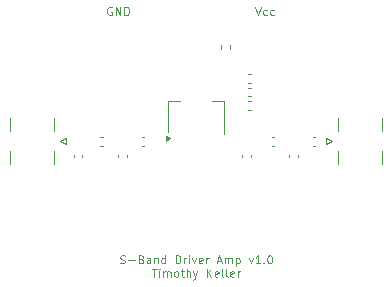
<source format=gbr>
%TF.GenerationSoftware,KiCad,Pcbnew,8.0.0*%
%TF.CreationDate,2024-05-05T15:44:05-04:00*%
%TF.ProjectId,S-Band Driver Amplifier,532d4261-6e64-4204-9472-697665722041,v1.0*%
%TF.SameCoordinates,Original*%
%TF.FileFunction,Legend,Top*%
%TF.FilePolarity,Positive*%
%FSLAX46Y46*%
G04 Gerber Fmt 4.6, Leading zero omitted, Abs format (unit mm)*
G04 Created by KiCad (PCBNEW 8.0.0) date 2024-05-05 15:44:05*
%MOMM*%
%LPD*%
G01*
G04 APERTURE LIST*
%ADD10C,0.100000*%
%ADD11C,0.120000*%
G04 APERTURE END LIST*
D10*
X114216668Y-67455839D02*
X114316668Y-67489172D01*
X114316668Y-67489172D02*
X114483335Y-67489172D01*
X114483335Y-67489172D02*
X114550001Y-67455839D01*
X114550001Y-67455839D02*
X114583335Y-67422505D01*
X114583335Y-67422505D02*
X114616668Y-67355839D01*
X114616668Y-67355839D02*
X114616668Y-67289172D01*
X114616668Y-67289172D02*
X114583335Y-67222505D01*
X114583335Y-67222505D02*
X114550001Y-67189172D01*
X114550001Y-67189172D02*
X114483335Y-67155839D01*
X114483335Y-67155839D02*
X114350001Y-67122505D01*
X114350001Y-67122505D02*
X114283335Y-67089172D01*
X114283335Y-67089172D02*
X114250001Y-67055839D01*
X114250001Y-67055839D02*
X114216668Y-66989172D01*
X114216668Y-66989172D02*
X114216668Y-66922505D01*
X114216668Y-66922505D02*
X114250001Y-66855839D01*
X114250001Y-66855839D02*
X114283335Y-66822505D01*
X114283335Y-66822505D02*
X114350001Y-66789172D01*
X114350001Y-66789172D02*
X114516668Y-66789172D01*
X114516668Y-66789172D02*
X114616668Y-66822505D01*
X114916668Y-67222505D02*
X115450002Y-67222505D01*
X116016669Y-67122505D02*
X116116669Y-67155839D01*
X116116669Y-67155839D02*
X116150002Y-67189172D01*
X116150002Y-67189172D02*
X116183335Y-67255839D01*
X116183335Y-67255839D02*
X116183335Y-67355839D01*
X116183335Y-67355839D02*
X116150002Y-67422505D01*
X116150002Y-67422505D02*
X116116669Y-67455839D01*
X116116669Y-67455839D02*
X116050002Y-67489172D01*
X116050002Y-67489172D02*
X115783335Y-67489172D01*
X115783335Y-67489172D02*
X115783335Y-66789172D01*
X115783335Y-66789172D02*
X116016669Y-66789172D01*
X116016669Y-66789172D02*
X116083335Y-66822505D01*
X116083335Y-66822505D02*
X116116669Y-66855839D01*
X116116669Y-66855839D02*
X116150002Y-66922505D01*
X116150002Y-66922505D02*
X116150002Y-66989172D01*
X116150002Y-66989172D02*
X116116669Y-67055839D01*
X116116669Y-67055839D02*
X116083335Y-67089172D01*
X116083335Y-67089172D02*
X116016669Y-67122505D01*
X116016669Y-67122505D02*
X115783335Y-67122505D01*
X116783335Y-67489172D02*
X116783335Y-67122505D01*
X116783335Y-67122505D02*
X116750002Y-67055839D01*
X116750002Y-67055839D02*
X116683335Y-67022505D01*
X116683335Y-67022505D02*
X116550002Y-67022505D01*
X116550002Y-67022505D02*
X116483335Y-67055839D01*
X116783335Y-67455839D02*
X116716669Y-67489172D01*
X116716669Y-67489172D02*
X116550002Y-67489172D01*
X116550002Y-67489172D02*
X116483335Y-67455839D01*
X116483335Y-67455839D02*
X116450002Y-67389172D01*
X116450002Y-67389172D02*
X116450002Y-67322505D01*
X116450002Y-67322505D02*
X116483335Y-67255839D01*
X116483335Y-67255839D02*
X116550002Y-67222505D01*
X116550002Y-67222505D02*
X116716669Y-67222505D01*
X116716669Y-67222505D02*
X116783335Y-67189172D01*
X117116668Y-67022505D02*
X117116668Y-67489172D01*
X117116668Y-67089172D02*
X117150002Y-67055839D01*
X117150002Y-67055839D02*
X117216668Y-67022505D01*
X117216668Y-67022505D02*
X117316668Y-67022505D01*
X117316668Y-67022505D02*
X117383335Y-67055839D01*
X117383335Y-67055839D02*
X117416668Y-67122505D01*
X117416668Y-67122505D02*
X117416668Y-67489172D01*
X118050001Y-67489172D02*
X118050001Y-66789172D01*
X118050001Y-67455839D02*
X117983335Y-67489172D01*
X117983335Y-67489172D02*
X117850001Y-67489172D01*
X117850001Y-67489172D02*
X117783335Y-67455839D01*
X117783335Y-67455839D02*
X117750001Y-67422505D01*
X117750001Y-67422505D02*
X117716668Y-67355839D01*
X117716668Y-67355839D02*
X117716668Y-67155839D01*
X117716668Y-67155839D02*
X117750001Y-67089172D01*
X117750001Y-67089172D02*
X117783335Y-67055839D01*
X117783335Y-67055839D02*
X117850001Y-67022505D01*
X117850001Y-67022505D02*
X117983335Y-67022505D01*
X117983335Y-67022505D02*
X118050001Y-67055839D01*
X118916667Y-67489172D02*
X118916667Y-66789172D01*
X118916667Y-66789172D02*
X119083334Y-66789172D01*
X119083334Y-66789172D02*
X119183334Y-66822505D01*
X119183334Y-66822505D02*
X119250001Y-66889172D01*
X119250001Y-66889172D02*
X119283334Y-66955839D01*
X119283334Y-66955839D02*
X119316667Y-67089172D01*
X119316667Y-67089172D02*
X119316667Y-67189172D01*
X119316667Y-67189172D02*
X119283334Y-67322505D01*
X119283334Y-67322505D02*
X119250001Y-67389172D01*
X119250001Y-67389172D02*
X119183334Y-67455839D01*
X119183334Y-67455839D02*
X119083334Y-67489172D01*
X119083334Y-67489172D02*
X118916667Y-67489172D01*
X119616667Y-67489172D02*
X119616667Y-67022505D01*
X119616667Y-67155839D02*
X119650001Y-67089172D01*
X119650001Y-67089172D02*
X119683334Y-67055839D01*
X119683334Y-67055839D02*
X119750001Y-67022505D01*
X119750001Y-67022505D02*
X119816667Y-67022505D01*
X120050000Y-67489172D02*
X120050000Y-67022505D01*
X120050000Y-66789172D02*
X120016667Y-66822505D01*
X120016667Y-66822505D02*
X120050000Y-66855839D01*
X120050000Y-66855839D02*
X120083334Y-66822505D01*
X120083334Y-66822505D02*
X120050000Y-66789172D01*
X120050000Y-66789172D02*
X120050000Y-66855839D01*
X120316667Y-67022505D02*
X120483333Y-67489172D01*
X120483333Y-67489172D02*
X120650000Y-67022505D01*
X121183333Y-67455839D02*
X121116666Y-67489172D01*
X121116666Y-67489172D02*
X120983333Y-67489172D01*
X120983333Y-67489172D02*
X120916666Y-67455839D01*
X120916666Y-67455839D02*
X120883333Y-67389172D01*
X120883333Y-67389172D02*
X120883333Y-67122505D01*
X120883333Y-67122505D02*
X120916666Y-67055839D01*
X120916666Y-67055839D02*
X120983333Y-67022505D01*
X120983333Y-67022505D02*
X121116666Y-67022505D01*
X121116666Y-67022505D02*
X121183333Y-67055839D01*
X121183333Y-67055839D02*
X121216666Y-67122505D01*
X121216666Y-67122505D02*
X121216666Y-67189172D01*
X121216666Y-67189172D02*
X120883333Y-67255839D01*
X121516666Y-67489172D02*
X121516666Y-67022505D01*
X121516666Y-67155839D02*
X121550000Y-67089172D01*
X121550000Y-67089172D02*
X121583333Y-67055839D01*
X121583333Y-67055839D02*
X121650000Y-67022505D01*
X121650000Y-67022505D02*
X121716666Y-67022505D01*
X122449999Y-67289172D02*
X122783332Y-67289172D01*
X122383332Y-67489172D02*
X122616666Y-66789172D01*
X122616666Y-66789172D02*
X122849999Y-67489172D01*
X123083332Y-67489172D02*
X123083332Y-67022505D01*
X123083332Y-67089172D02*
X123116666Y-67055839D01*
X123116666Y-67055839D02*
X123183332Y-67022505D01*
X123183332Y-67022505D02*
X123283332Y-67022505D01*
X123283332Y-67022505D02*
X123349999Y-67055839D01*
X123349999Y-67055839D02*
X123383332Y-67122505D01*
X123383332Y-67122505D02*
X123383332Y-67489172D01*
X123383332Y-67122505D02*
X123416666Y-67055839D01*
X123416666Y-67055839D02*
X123483332Y-67022505D01*
X123483332Y-67022505D02*
X123583332Y-67022505D01*
X123583332Y-67022505D02*
X123649999Y-67055839D01*
X123649999Y-67055839D02*
X123683332Y-67122505D01*
X123683332Y-67122505D02*
X123683332Y-67489172D01*
X124016665Y-67022505D02*
X124016665Y-67722505D01*
X124016665Y-67055839D02*
X124083332Y-67022505D01*
X124083332Y-67022505D02*
X124216665Y-67022505D01*
X124216665Y-67022505D02*
X124283332Y-67055839D01*
X124283332Y-67055839D02*
X124316665Y-67089172D01*
X124316665Y-67089172D02*
X124349999Y-67155839D01*
X124349999Y-67155839D02*
X124349999Y-67355839D01*
X124349999Y-67355839D02*
X124316665Y-67422505D01*
X124316665Y-67422505D02*
X124283332Y-67455839D01*
X124283332Y-67455839D02*
X124216665Y-67489172D01*
X124216665Y-67489172D02*
X124083332Y-67489172D01*
X124083332Y-67489172D02*
X124016665Y-67455839D01*
X125116665Y-67022505D02*
X125283331Y-67489172D01*
X125283331Y-67489172D02*
X125449998Y-67022505D01*
X126083331Y-67489172D02*
X125683331Y-67489172D01*
X125883331Y-67489172D02*
X125883331Y-66789172D01*
X125883331Y-66789172D02*
X125816664Y-66889172D01*
X125816664Y-66889172D02*
X125749998Y-66955839D01*
X125749998Y-66955839D02*
X125683331Y-66989172D01*
X126383331Y-67422505D02*
X126416665Y-67455839D01*
X126416665Y-67455839D02*
X126383331Y-67489172D01*
X126383331Y-67489172D02*
X126349998Y-67455839D01*
X126349998Y-67455839D02*
X126383331Y-67422505D01*
X126383331Y-67422505D02*
X126383331Y-67489172D01*
X126849998Y-66789172D02*
X126916664Y-66789172D01*
X126916664Y-66789172D02*
X126983331Y-66822505D01*
X126983331Y-66822505D02*
X127016664Y-66855839D01*
X127016664Y-66855839D02*
X127049998Y-66922505D01*
X127049998Y-66922505D02*
X127083331Y-67055839D01*
X127083331Y-67055839D02*
X127083331Y-67222505D01*
X127083331Y-67222505D02*
X127049998Y-67355839D01*
X127049998Y-67355839D02*
X127016664Y-67422505D01*
X127016664Y-67422505D02*
X126983331Y-67455839D01*
X126983331Y-67455839D02*
X126916664Y-67489172D01*
X126916664Y-67489172D02*
X126849998Y-67489172D01*
X126849998Y-67489172D02*
X126783331Y-67455839D01*
X126783331Y-67455839D02*
X126749998Y-67422505D01*
X126749998Y-67422505D02*
X126716664Y-67355839D01*
X126716664Y-67355839D02*
X126683331Y-67222505D01*
X126683331Y-67222505D02*
X126683331Y-67055839D01*
X126683331Y-67055839D02*
X126716664Y-66922505D01*
X126716664Y-66922505D02*
X126749998Y-66855839D01*
X126749998Y-66855839D02*
X126783331Y-66822505D01*
X126783331Y-66822505D02*
X126849998Y-66789172D01*
X116916667Y-67916133D02*
X117316667Y-67916133D01*
X117116667Y-68616133D02*
X117116667Y-67916133D01*
X117550000Y-68616133D02*
X117550000Y-68149466D01*
X117550000Y-67916133D02*
X117516667Y-67949466D01*
X117516667Y-67949466D02*
X117550000Y-67982800D01*
X117550000Y-67982800D02*
X117583334Y-67949466D01*
X117583334Y-67949466D02*
X117550000Y-67916133D01*
X117550000Y-67916133D02*
X117550000Y-67982800D01*
X117883333Y-68616133D02*
X117883333Y-68149466D01*
X117883333Y-68216133D02*
X117916667Y-68182800D01*
X117916667Y-68182800D02*
X117983333Y-68149466D01*
X117983333Y-68149466D02*
X118083333Y-68149466D01*
X118083333Y-68149466D02*
X118150000Y-68182800D01*
X118150000Y-68182800D02*
X118183333Y-68249466D01*
X118183333Y-68249466D02*
X118183333Y-68616133D01*
X118183333Y-68249466D02*
X118216667Y-68182800D01*
X118216667Y-68182800D02*
X118283333Y-68149466D01*
X118283333Y-68149466D02*
X118383333Y-68149466D01*
X118383333Y-68149466D02*
X118450000Y-68182800D01*
X118450000Y-68182800D02*
X118483333Y-68249466D01*
X118483333Y-68249466D02*
X118483333Y-68616133D01*
X118916666Y-68616133D02*
X118850000Y-68582800D01*
X118850000Y-68582800D02*
X118816666Y-68549466D01*
X118816666Y-68549466D02*
X118783333Y-68482800D01*
X118783333Y-68482800D02*
X118783333Y-68282800D01*
X118783333Y-68282800D02*
X118816666Y-68216133D01*
X118816666Y-68216133D02*
X118850000Y-68182800D01*
X118850000Y-68182800D02*
X118916666Y-68149466D01*
X118916666Y-68149466D02*
X119016666Y-68149466D01*
X119016666Y-68149466D02*
X119083333Y-68182800D01*
X119083333Y-68182800D02*
X119116666Y-68216133D01*
X119116666Y-68216133D02*
X119150000Y-68282800D01*
X119150000Y-68282800D02*
X119150000Y-68482800D01*
X119150000Y-68482800D02*
X119116666Y-68549466D01*
X119116666Y-68549466D02*
X119083333Y-68582800D01*
X119083333Y-68582800D02*
X119016666Y-68616133D01*
X119016666Y-68616133D02*
X118916666Y-68616133D01*
X119349999Y-68149466D02*
X119616666Y-68149466D01*
X119449999Y-67916133D02*
X119449999Y-68516133D01*
X119449999Y-68516133D02*
X119483333Y-68582800D01*
X119483333Y-68582800D02*
X119549999Y-68616133D01*
X119549999Y-68616133D02*
X119616666Y-68616133D01*
X119849999Y-68616133D02*
X119849999Y-67916133D01*
X120149999Y-68616133D02*
X120149999Y-68249466D01*
X120149999Y-68249466D02*
X120116666Y-68182800D01*
X120116666Y-68182800D02*
X120049999Y-68149466D01*
X120049999Y-68149466D02*
X119949999Y-68149466D01*
X119949999Y-68149466D02*
X119883333Y-68182800D01*
X119883333Y-68182800D02*
X119849999Y-68216133D01*
X120416666Y-68149466D02*
X120583332Y-68616133D01*
X120749999Y-68149466D02*
X120583332Y-68616133D01*
X120583332Y-68616133D02*
X120516666Y-68782800D01*
X120516666Y-68782800D02*
X120483332Y-68816133D01*
X120483332Y-68816133D02*
X120416666Y-68849466D01*
X121549998Y-68616133D02*
X121549998Y-67916133D01*
X121949998Y-68616133D02*
X121649998Y-68216133D01*
X121949998Y-67916133D02*
X121549998Y-68316133D01*
X122516665Y-68582800D02*
X122449998Y-68616133D01*
X122449998Y-68616133D02*
X122316665Y-68616133D01*
X122316665Y-68616133D02*
X122249998Y-68582800D01*
X122249998Y-68582800D02*
X122216665Y-68516133D01*
X122216665Y-68516133D02*
X122216665Y-68249466D01*
X122216665Y-68249466D02*
X122249998Y-68182800D01*
X122249998Y-68182800D02*
X122316665Y-68149466D01*
X122316665Y-68149466D02*
X122449998Y-68149466D01*
X122449998Y-68149466D02*
X122516665Y-68182800D01*
X122516665Y-68182800D02*
X122549998Y-68249466D01*
X122549998Y-68249466D02*
X122549998Y-68316133D01*
X122549998Y-68316133D02*
X122216665Y-68382800D01*
X122949998Y-68616133D02*
X122883332Y-68582800D01*
X122883332Y-68582800D02*
X122849998Y-68516133D01*
X122849998Y-68516133D02*
X122849998Y-67916133D01*
X123316665Y-68616133D02*
X123249999Y-68582800D01*
X123249999Y-68582800D02*
X123216665Y-68516133D01*
X123216665Y-68516133D02*
X123216665Y-67916133D01*
X123849999Y-68582800D02*
X123783332Y-68616133D01*
X123783332Y-68616133D02*
X123649999Y-68616133D01*
X123649999Y-68616133D02*
X123583332Y-68582800D01*
X123583332Y-68582800D02*
X123549999Y-68516133D01*
X123549999Y-68516133D02*
X123549999Y-68249466D01*
X123549999Y-68249466D02*
X123583332Y-68182800D01*
X123583332Y-68182800D02*
X123649999Y-68149466D01*
X123649999Y-68149466D02*
X123783332Y-68149466D01*
X123783332Y-68149466D02*
X123849999Y-68182800D01*
X123849999Y-68182800D02*
X123883332Y-68249466D01*
X123883332Y-68249466D02*
X123883332Y-68316133D01*
X123883332Y-68316133D02*
X123549999Y-68382800D01*
X124183332Y-68616133D02*
X124183332Y-68149466D01*
X124183332Y-68282800D02*
X124216666Y-68216133D01*
X124216666Y-68216133D02*
X124249999Y-68182800D01*
X124249999Y-68182800D02*
X124316666Y-68149466D01*
X124316666Y-68149466D02*
X124383332Y-68149466D01*
X113512667Y-45801966D02*
X113446000Y-45768633D01*
X113446000Y-45768633D02*
X113346000Y-45768633D01*
X113346000Y-45768633D02*
X113246000Y-45801966D01*
X113246000Y-45801966D02*
X113179334Y-45868633D01*
X113179334Y-45868633D02*
X113146000Y-45935300D01*
X113146000Y-45935300D02*
X113112667Y-46068633D01*
X113112667Y-46068633D02*
X113112667Y-46168633D01*
X113112667Y-46168633D02*
X113146000Y-46301966D01*
X113146000Y-46301966D02*
X113179334Y-46368633D01*
X113179334Y-46368633D02*
X113246000Y-46435300D01*
X113246000Y-46435300D02*
X113346000Y-46468633D01*
X113346000Y-46468633D02*
X113412667Y-46468633D01*
X113412667Y-46468633D02*
X113512667Y-46435300D01*
X113512667Y-46435300D02*
X113546000Y-46401966D01*
X113546000Y-46401966D02*
X113546000Y-46168633D01*
X113546000Y-46168633D02*
X113412667Y-46168633D01*
X113846000Y-46468633D02*
X113846000Y-45768633D01*
X113846000Y-45768633D02*
X114246000Y-46468633D01*
X114246000Y-46468633D02*
X114246000Y-45768633D01*
X114579333Y-46468633D02*
X114579333Y-45768633D01*
X114579333Y-45768633D02*
X114746000Y-45768633D01*
X114746000Y-45768633D02*
X114846000Y-45801966D01*
X114846000Y-45801966D02*
X114912667Y-45868633D01*
X114912667Y-45868633D02*
X114946000Y-45935300D01*
X114946000Y-45935300D02*
X114979333Y-46068633D01*
X114979333Y-46068633D02*
X114979333Y-46168633D01*
X114979333Y-46168633D02*
X114946000Y-46301966D01*
X114946000Y-46301966D02*
X114912667Y-46368633D01*
X114912667Y-46368633D02*
X114846000Y-46435300D01*
X114846000Y-46435300D02*
X114746000Y-46468633D01*
X114746000Y-46468633D02*
X114579333Y-46468633D01*
X125658666Y-45768633D02*
X125892000Y-46468633D01*
X125892000Y-46468633D02*
X126125333Y-45768633D01*
X126658666Y-46435300D02*
X126592000Y-46468633D01*
X126592000Y-46468633D02*
X126458666Y-46468633D01*
X126458666Y-46468633D02*
X126392000Y-46435300D01*
X126392000Y-46435300D02*
X126358666Y-46401966D01*
X126358666Y-46401966D02*
X126325333Y-46335300D01*
X126325333Y-46335300D02*
X126325333Y-46135300D01*
X126325333Y-46135300D02*
X126358666Y-46068633D01*
X126358666Y-46068633D02*
X126392000Y-46035300D01*
X126392000Y-46035300D02*
X126458666Y-46001966D01*
X126458666Y-46001966D02*
X126592000Y-46001966D01*
X126592000Y-46001966D02*
X126658666Y-46035300D01*
X127258666Y-46435300D02*
X127192000Y-46468633D01*
X127192000Y-46468633D02*
X127058666Y-46468633D01*
X127058666Y-46468633D02*
X126992000Y-46435300D01*
X126992000Y-46435300D02*
X126958666Y-46401966D01*
X126958666Y-46401966D02*
X126925333Y-46335300D01*
X126925333Y-46335300D02*
X126925333Y-46135300D01*
X126925333Y-46135300D02*
X126958666Y-46068633D01*
X126958666Y-46068633D02*
X126992000Y-46035300D01*
X126992000Y-46035300D02*
X127058666Y-46001966D01*
X127058666Y-46001966D02*
X127192000Y-46001966D01*
X127192000Y-46001966D02*
X127258666Y-46035300D01*
D11*
%TO.C,R1*%
X123520000Y-48996359D02*
X123520000Y-49303641D01*
X122760000Y-48996359D02*
X122760000Y-49303641D01*
%TO.C,C11*%
X130542164Y-56790000D02*
X130757836Y-56790000D01*
X130542164Y-57510000D02*
X130757836Y-57510000D01*
%TO.C,C10*%
X129260000Y-58507836D02*
X129260000Y-58292164D01*
X128540000Y-58507836D02*
X128540000Y-58292164D01*
%TO.C,C9*%
X110290000Y-58507836D02*
X110290000Y-58292164D01*
X111010000Y-58507836D02*
X111010000Y-58292164D01*
%TO.C,C8*%
X116042164Y-56790000D02*
X116257836Y-56790000D01*
X116042164Y-57510000D02*
X116257836Y-57510000D01*
%TO.C,U1*%
X118290000Y-56353500D02*
X118290000Y-53773500D01*
X119270000Y-53773500D02*
X118290000Y-53773500D01*
X122030000Y-53773500D02*
X123010000Y-53773500D01*
X123010000Y-53773500D02*
X123010000Y-56493500D01*
X118440000Y-56903500D02*
X118110000Y-57143500D01*
X118110000Y-56663500D01*
X118440000Y-56903500D01*
G36*
X118440000Y-56903500D02*
G01*
X118110000Y-57143500D01*
X118110000Y-56663500D01*
X118440000Y-56903500D01*
G37*
%TO.C,J2*%
X132692500Y-59100000D02*
X132692500Y-57990000D01*
X136402500Y-59100000D02*
X136402500Y-57990000D01*
X131642500Y-57400000D02*
X132142500Y-57150000D01*
X132142500Y-57150000D02*
X131642500Y-56900000D01*
X131642500Y-56900000D02*
X131642500Y-57400000D01*
X132692500Y-56310000D02*
X132692500Y-55200000D01*
X136402500Y-56310000D02*
X136402500Y-55200000D01*
%TO.C,J1*%
X108607500Y-55200000D02*
X108607500Y-56310000D01*
X104897500Y-55200000D02*
X104897500Y-56310000D01*
X109657500Y-56900000D02*
X109157500Y-57150000D01*
X109157500Y-57150000D02*
X109657500Y-57400000D01*
X109657500Y-57400000D02*
X109657500Y-56900000D01*
X108607500Y-57990000D02*
X108607500Y-59100000D01*
X104897500Y-57990000D02*
X104897500Y-59100000D01*
%TO.C,C7*%
X125042164Y-52619000D02*
X125257836Y-52619000D01*
X125042164Y-53339000D02*
X125257836Y-53339000D01*
%TO.C,C6*%
X125042164Y-51476000D02*
X125257836Y-51476000D01*
X125042164Y-52196000D02*
X125257836Y-52196000D01*
%TO.C,C5*%
X125042164Y-53762000D02*
X125257836Y-53762000D01*
X125042164Y-54482000D02*
X125257836Y-54482000D01*
%TO.C,C4*%
X124540000Y-58507836D02*
X124540000Y-58292164D01*
X125260000Y-58507836D02*
X125260000Y-58292164D01*
%TO.C,C3*%
X114040000Y-58507836D02*
X114040000Y-58292164D01*
X114760000Y-58507836D02*
X114760000Y-58292164D01*
%TO.C,C2*%
X127042164Y-56790000D02*
X127257836Y-56790000D01*
X127042164Y-57510000D02*
X127257836Y-57510000D01*
%TO.C,C1*%
X112542164Y-57510000D02*
X112757836Y-57510000D01*
X112542164Y-56790000D02*
X112757836Y-56790000D01*
%TD*%
M02*

</source>
